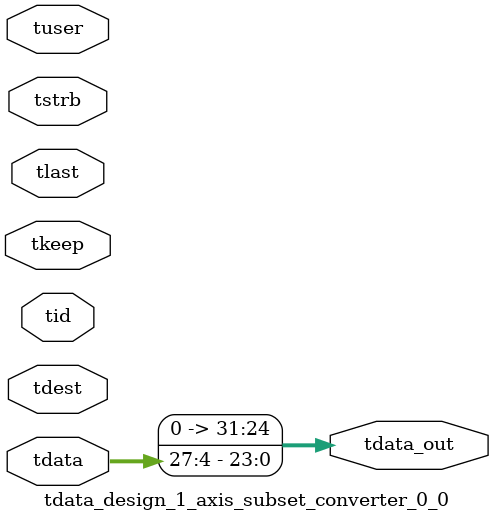
<source format=v>


`timescale 1ps/1ps

module tdata_design_1_axis_subset_converter_0_0 #
(
parameter C_S_AXIS_TDATA_WIDTH = 32,
parameter C_S_AXIS_TUSER_WIDTH = 0,
parameter C_S_AXIS_TID_WIDTH   = 0,
parameter C_S_AXIS_TDEST_WIDTH = 0,
parameter C_M_AXIS_TDATA_WIDTH = 32
)
(
input  [(C_S_AXIS_TDATA_WIDTH == 0 ? 1 : C_S_AXIS_TDATA_WIDTH)-1:0     ] tdata,
input  [(C_S_AXIS_TUSER_WIDTH == 0 ? 1 : C_S_AXIS_TUSER_WIDTH)-1:0     ] tuser,
input  [(C_S_AXIS_TID_WIDTH   == 0 ? 1 : C_S_AXIS_TID_WIDTH)-1:0       ] tid,
input  [(C_S_AXIS_TDEST_WIDTH == 0 ? 1 : C_S_AXIS_TDEST_WIDTH)-1:0     ] tdest,
input  [(C_S_AXIS_TDATA_WIDTH/8)-1:0 ] tkeep,
input  [(C_S_AXIS_TDATA_WIDTH/8)-1:0 ] tstrb,
input                                                                    tlast,
output [C_M_AXIS_TDATA_WIDTH-1:0] tdata_out
);

assign tdata_out = {24'b0,tdata[27:4]};

endmodule


</source>
